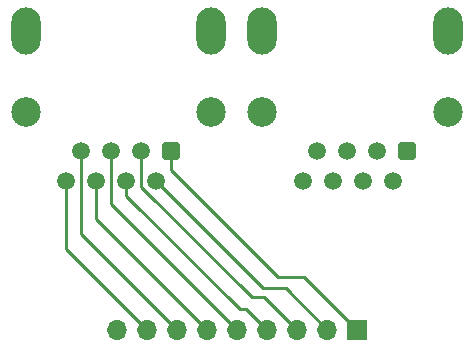
<source format=gtl>
%TF.GenerationSoftware,KiCad,Pcbnew,(6.0.7)*%
%TF.CreationDate,2022-08-03T23:31:13+02:00*%
%TF.ProjectId,rj45-pinheader-breakout,726a3435-2d70-4696-9e68-65616465722d,rev?*%
%TF.SameCoordinates,Original*%
%TF.FileFunction,Copper,L1,Top*%
%TF.FilePolarity,Positive*%
%FSLAX46Y46*%
G04 Gerber Fmt 4.6, Leading zero omitted, Abs format (unit mm)*
G04 Created by KiCad (PCBNEW (6.0.7)) date 2022-08-03 23:31:13*
%MOMM*%
%LPD*%
G01*
G04 APERTURE LIST*
G04 Aperture macros list*
%AMRoundRect*
0 Rectangle with rounded corners*
0 $1 Rounding radius*
0 $2 $3 $4 $5 $6 $7 $8 $9 X,Y pos of 4 corners*
0 Add a 4 corners polygon primitive as box body*
4,1,4,$2,$3,$4,$5,$6,$7,$8,$9,$2,$3,0*
0 Add four circle primitives for the rounded corners*
1,1,$1+$1,$2,$3*
1,1,$1+$1,$4,$5*
1,1,$1+$1,$6,$7*
1,1,$1+$1,$8,$9*
0 Add four rect primitives between the rounded corners*
20,1,$1+$1,$2,$3,$4,$5,0*
20,1,$1+$1,$4,$5,$6,$7,0*
20,1,$1+$1,$6,$7,$8,$9,0*
20,1,$1+$1,$8,$9,$2,$3,0*%
G04 Aperture macros list end*
%TA.AperFunction,ComponentPad*%
%ADD10R,1.700000X1.700000*%
%TD*%
%TA.AperFunction,ComponentPad*%
%ADD11O,1.700000X1.700000*%
%TD*%
%TA.AperFunction,ComponentPad*%
%ADD12RoundRect,0.250500X0.499500X0.499500X-0.499500X0.499500X-0.499500X-0.499500X0.499500X-0.499500X0*%
%TD*%
%TA.AperFunction,ComponentPad*%
%ADD13C,1.500000*%
%TD*%
%TA.AperFunction,ComponentPad*%
%ADD14C,2.500000*%
%TD*%
%TA.AperFunction,ComponentPad*%
%ADD15O,2.500000X4.000000*%
%TD*%
%TA.AperFunction,Conductor*%
%ADD16C,0.250000*%
%TD*%
G04 APERTURE END LIST*
D10*
X153160000Y-97500000D03*
D11*
X150620000Y-97500000D03*
X148080000Y-97500000D03*
X145540000Y-97500000D03*
X143000000Y-97500000D03*
X140460000Y-97500000D03*
X137920000Y-97500000D03*
X135380000Y-97500000D03*
X132840000Y-97500000D03*
D12*
X137445000Y-82400000D03*
D13*
X136185000Y-84940000D03*
X134905000Y-82400000D03*
X133645000Y-84940000D03*
X132365000Y-82400000D03*
X131105000Y-84940000D03*
X129825000Y-82400000D03*
X128565000Y-84940000D03*
D14*
X140850000Y-79098000D03*
D15*
X125150000Y-72240000D03*
D14*
X125150000Y-79098000D03*
D15*
X140850000Y-72240000D03*
D12*
X157445000Y-82400000D03*
D13*
X156185000Y-84940000D03*
X154905000Y-82400000D03*
X153645000Y-84940000D03*
X152365000Y-82400000D03*
X151105000Y-84940000D03*
X149825000Y-82400000D03*
X148565000Y-84940000D03*
D15*
X145150000Y-72240000D03*
D14*
X145150000Y-79098000D03*
D15*
X160850000Y-72240000D03*
D14*
X160850000Y-79098000D03*
D16*
X148660000Y-93000000D02*
X146500000Y-93000000D01*
X146500000Y-93000000D02*
X137445000Y-83945000D01*
X137445000Y-83945000D02*
X137445000Y-82400000D01*
X153160000Y-97500000D02*
X148660000Y-93000000D01*
X145245000Y-94000000D02*
X136185000Y-84940000D01*
X150620000Y-97500000D02*
X147120000Y-94000000D01*
X147120000Y-94000000D02*
X145245000Y-94000000D01*
X145330000Y-94750000D02*
X144250000Y-94750000D01*
X134905000Y-85405000D02*
X134905000Y-82400000D01*
X144250000Y-94750000D02*
X134905000Y-85405000D01*
X148080000Y-97500000D02*
X145330000Y-94750000D01*
X143790000Y-95750000D02*
X143250000Y-95750000D01*
X133645000Y-86145000D02*
X133645000Y-84940000D01*
X143250000Y-95750000D02*
X133645000Y-86145000D01*
X145540000Y-97500000D02*
X143790000Y-95750000D01*
X132365000Y-86865000D02*
X143000000Y-97500000D01*
X132365000Y-82400000D02*
X132365000Y-86865000D01*
X131105000Y-84940000D02*
X131105000Y-88145000D01*
X131105000Y-88145000D02*
X140460000Y-97500000D01*
X129825000Y-89405000D02*
X137920000Y-97500000D01*
X129825000Y-82400000D02*
X129825000Y-89405000D01*
X128565000Y-84940000D02*
X128565000Y-90685000D01*
X128565000Y-90685000D02*
X135380000Y-97500000D01*
M02*

</source>
